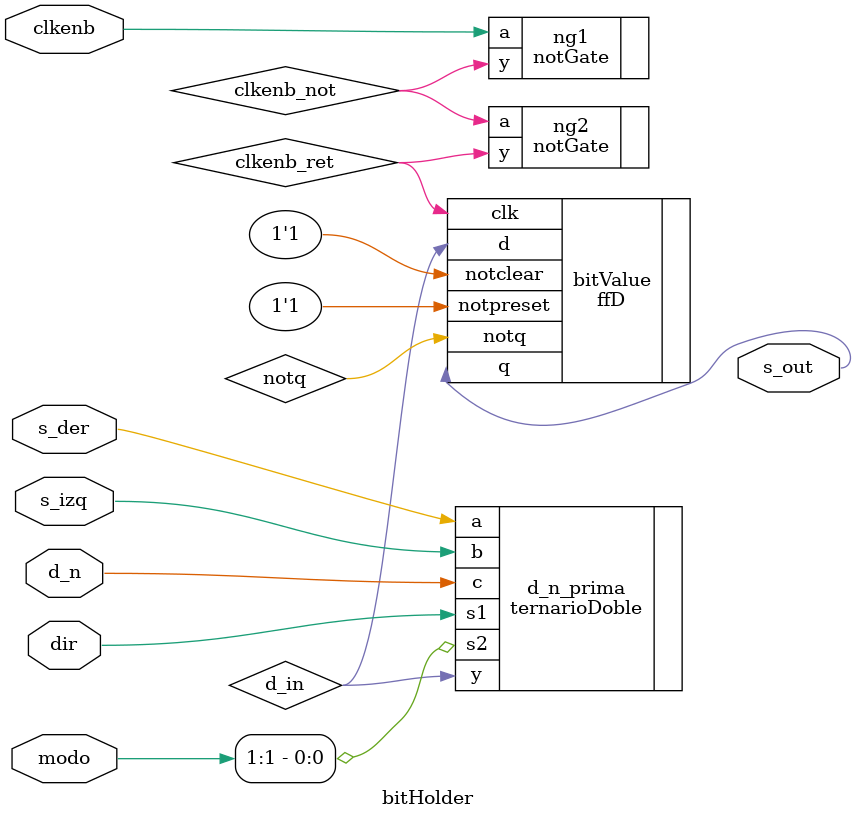
<source format=v>
/*
  Modulo bitHolder
 */
module bitHolder (
  input s_der,      // Esta es la salida del bitHolder a la derechaen caso de
                    // ser el de más a la derecha(LSB) se analizan dos casos:
                    //  - se tiene modo de carga en serie: en este caso
                    //    s_der es s_in(del módulo padre), o la salida del
                    //    bitHolder más a la izquierda, dependiendo de la
                    //    dirección DIR que se tenga en el momento.
                    //  - se tiene rotación circular: en este caso s_der es la
                    //    salida del bit más a la derecha, o la salida del
                    //    bitHolder más a la izquierda, dependiendo de la
                    //    dirección DIR que se tenga en el momento.

  input s_izq,      // Esta es la salida del bitHolder a la izquierda, en caso
                    // de ser el bit más a la izquierda(MSB) se analizan dos
                    // casos:
                    //  - se tiene modo de carga en serie: en este caso
                    //    s_der es s_in(del módulo padre), o la salida del
                    //    bitHolder más a la izquierda, dependiendo de la
                    //    dirección DIR que se tenga en el momento.
                    //  - se tiene rotación circular: en este caso s_der es la
                    //    salida del bit más a la derecha.

  input d_n,         // Para cuando se tiene modo de carga en paralelo (MODO=1X),
                    // este es el bit que entra en el bitHolder.

  input dir,        // Esta es la dirección de la rotación o carga en serie.

  input [1:0] modo,       // Es el modo de movimiento que se le aplica al bit de
                    // entrada. Es un bus de dos bits, el primer bit(0), indica
                    // si se trata de carga en serie es 0, si se trata de
                    // rotación circular es 1. El segundo bit(1), indica con 1
                    // que se trata de carga en paralelo sin importar el primer
                    // bit.

  input clkenb,     // El bitHolder cambia su estado únicamente en los flancos
                    // positivos de clkenb.

  output s_out      // Es el número que estaba previamente en el bitHolder y
                    // sale de este.
);
  wire s_der, s_izq, d_n, dir, clkenb, clkenb_not, clkenb_ret;
  wire [1:0] modo;

  wire s_out;

  parameter notoe = 1'b0;

  wire d_in; // siguiente bit a ingresar

  wire nand1Y;

  ternarioDoble d_n_prima(
    .a(s_der),
    .b(s_izq),
    .c(d_n),
    .s1(dir),
    .s2(modo[1]),
    .y(d_in)
  );

  parameter notpreset = 1'b1;
  parameter notclear = 1'b1;

  wire notq;

  // se debe agregar un retraso.
  notGate ng1(.a(clkenb), .y(clkenb_not));
  notGate ng2(.a(clkenb_not), .y(clkenb_ret));

  ffD bitValue(
    .d(d_in),           // valor de entrada en flanco positivo cuando
                            // notclear y notpreset son 1.
    .clk(clkenb_ret),       // indica cuando cambia el estado en el flip flop
                            // esto es en los flancos positivos de (clk&enb)
    .notpreset(notpreset),  // si es 1 y notclear es 0, se carga 1 en el flip flop(asincrónico).
    .notclear(notclear),    // si es 1 y notpreset es 0, se carga 0 en el flip flop(asincrónico).
    .q(s_out),              // es el valor actual en el flip flop.
    .notq(notq)             // el valor negado de q
  );

endmodule // bitHolder

</source>
